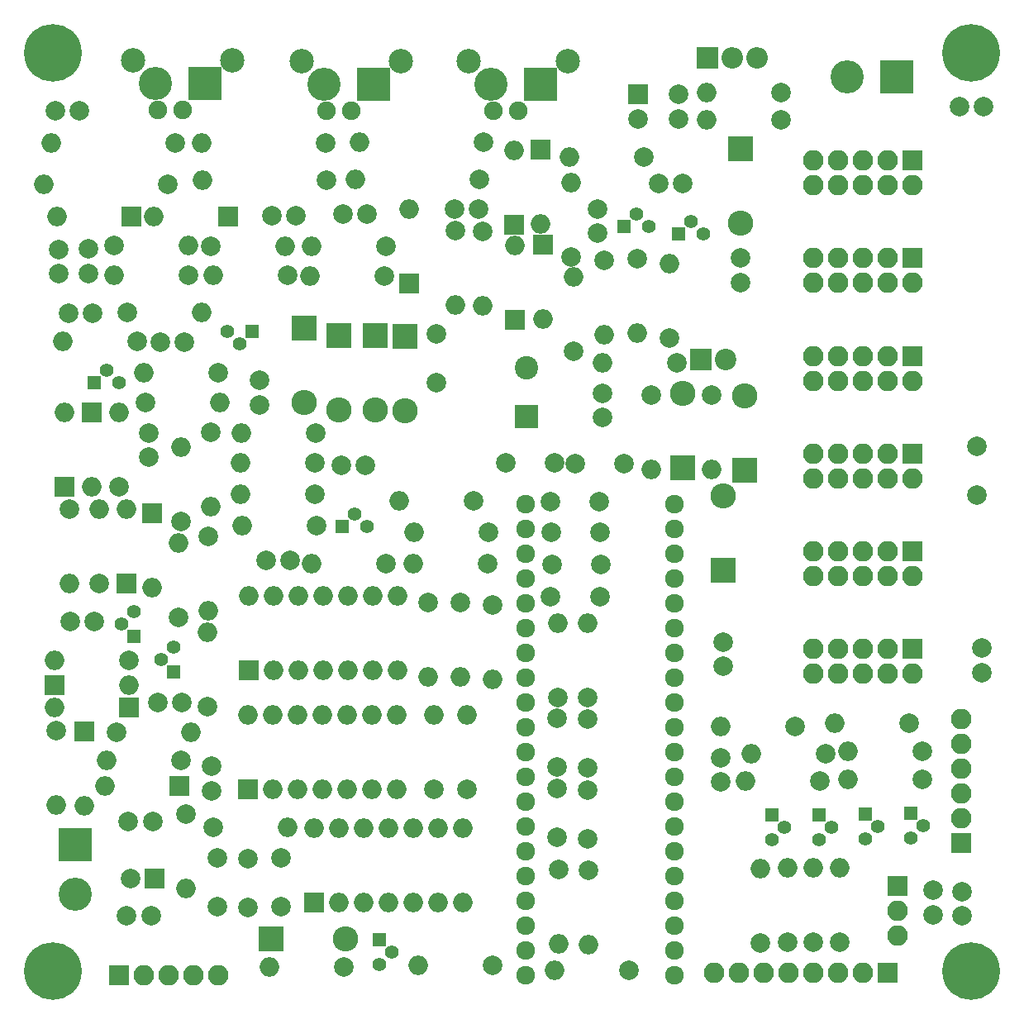
<source format=gbr>
G04 #@! TF.FileFunction,Soldermask,Top*
%FSLAX46Y46*%
G04 Gerber Fmt 4.6, Leading zero omitted, Abs format (unit mm)*
G04 Created by KiCad (PCBNEW 4.0.7) date 03/13/19 10:16:58*
%MOMM*%
%LPD*%
G01*
G04 APERTURE LIST*
%ADD10C,0.100000*%
%ADD11C,2.000000*%
%ADD12O,2.000000X2.000000*%
%ADD13C,5.900000*%
%ADD14R,2.100000X2.100000*%
%ADD15O,2.100000X2.100000*%
%ADD16C,1.400000*%
%ADD17R,1.400000X1.400000*%
%ADD18R,2.000000X2.000000*%
%ADD19R,2.400000X2.400000*%
%ADD20C,2.400000*%
%ADD21R,2.600000X2.600000*%
%ADD22O,2.600000X2.600000*%
%ADD23R,3.400000X3.400000*%
%ADD24C,3.400000*%
%ADD25R,2.200000X2.200000*%
%ADD26C,2.200000*%
%ADD27O,2.200000X2.200000*%
%ADD28C,1.924000*%
%ADD29C,1.900000*%
%ADD30C,2.500000*%
G04 APERTURE END LIST*
D10*
D11*
X102006400Y-124434600D03*
D12*
X94386400Y-124434600D03*
D11*
X131521200Y-37835840D03*
D12*
X123901200Y-37835840D03*
D11*
X131521200Y-35052000D03*
D12*
X123901200Y-35052000D03*
D13*
X151000000Y-31000000D03*
D11*
X91059000Y-50800000D03*
D12*
X83439000Y-50800000D03*
D11*
X100965000Y-49276000D03*
D12*
X100965000Y-56896000D03*
D11*
X120924320Y-62753240D03*
D12*
X113304320Y-62753240D03*
D11*
X101117400Y-40111680D03*
D12*
X88417400Y-40111680D03*
D14*
X145000000Y-72000000D03*
D15*
X145000000Y-74540000D03*
X142460000Y-72000000D03*
X142460000Y-74540000D03*
X139920000Y-72000000D03*
X139920000Y-74540000D03*
X137380000Y-72000000D03*
X137380000Y-74540000D03*
X134840000Y-72000000D03*
X134840000Y-74540000D03*
D11*
X78105000Y-64516000D03*
X78105000Y-67016000D03*
X58674000Y-77724000D03*
D12*
X58674000Y-85344000D03*
D16*
X76098400Y-60726320D03*
X74828400Y-59456320D03*
D17*
X77368400Y-59456320D03*
D18*
X76962000Y-106375200D03*
D12*
X92202000Y-98755200D03*
X79502000Y-106375200D03*
X89662000Y-98755200D03*
X82042000Y-106375200D03*
X87122000Y-98755200D03*
X84582000Y-106375200D03*
X84582000Y-98755200D03*
X87122000Y-106375200D03*
X82042000Y-98755200D03*
X89662000Y-106375200D03*
X79502000Y-98755200D03*
X92202000Y-106375200D03*
X76962000Y-98755200D03*
D19*
X105511600Y-68199000D03*
D20*
X105511600Y-63199000D03*
D11*
X96281240Y-64734440D03*
X96281240Y-59734440D03*
D21*
X82702400Y-59182000D03*
D22*
X82702400Y-66802000D03*
D11*
X111760000Y-96977200D03*
D12*
X111760000Y-89357200D03*
D18*
X77025500Y-94234000D03*
D12*
X92265500Y-86614000D03*
X79565500Y-94234000D03*
X89725500Y-86614000D03*
X82105500Y-94234000D03*
X87185500Y-86614000D03*
X84645500Y-94234000D03*
X84645500Y-86614000D03*
X87185500Y-94234000D03*
X82105500Y-86614000D03*
X89725500Y-94234000D03*
X79565500Y-86614000D03*
X92265500Y-94234000D03*
X77025500Y-86614000D03*
D16*
X63997840Y-89507060D03*
X65267840Y-88237060D03*
D17*
X65267840Y-90777060D03*
D11*
X99364800Y-106375200D03*
D12*
X99364800Y-98755200D03*
D11*
X107967780Y-76936600D03*
X112967780Y-76936600D03*
D21*
X89956640Y-59893200D03*
D22*
X89956640Y-67513200D03*
D21*
X93040200Y-59969400D03*
D22*
X93040200Y-67589400D03*
D18*
X83693000Y-117983000D03*
D12*
X98933000Y-110363000D03*
X86233000Y-117983000D03*
X96393000Y-110363000D03*
X88773000Y-117983000D03*
X93853000Y-110363000D03*
X91313000Y-117983000D03*
X91313000Y-110363000D03*
X93853000Y-117983000D03*
X88773000Y-110363000D03*
X96393000Y-117983000D03*
X86233000Y-110363000D03*
X98933000Y-117983000D03*
X83693000Y-110363000D03*
D11*
X84924900Y-40195500D03*
D12*
X72224900Y-40195500D03*
D18*
X60960000Y-67818000D03*
D12*
X60960000Y-75438000D03*
D18*
X74930000Y-47752000D03*
D12*
X67310000Y-47752000D03*
D18*
X93431360Y-54594760D03*
D12*
X93431360Y-46974760D03*
D18*
X58166000Y-75438000D03*
D12*
X58166000Y-67818000D03*
D18*
X107177840Y-50637440D03*
D12*
X107177840Y-58257440D03*
D13*
X57000000Y-31000000D03*
X151000000Y-125000000D03*
D14*
X63754000Y-125476000D03*
D15*
X66294000Y-125476000D03*
X68834000Y-125476000D03*
X71374000Y-125476000D03*
X73914000Y-125476000D03*
D21*
X125653800Y-83972400D03*
D22*
X125653800Y-76352400D03*
D21*
X79324200Y-121691400D03*
D22*
X86944200Y-121691400D03*
D11*
X118262400Y-66027300D03*
D12*
X118262400Y-73647300D03*
D11*
X124434600Y-65989200D03*
D12*
X124434600Y-73609200D03*
D11*
X63754000Y-75438000D03*
D12*
X63754000Y-67818000D03*
D11*
X70866000Y-53721000D03*
D12*
X63246000Y-53721000D03*
D11*
X86791800Y-124612400D03*
D12*
X79171800Y-124612400D03*
D11*
X73355200Y-110337600D03*
D12*
X80975200Y-110337600D03*
D11*
X70104000Y-78994000D03*
D12*
X70104000Y-71374000D03*
D11*
X70576440Y-108966000D03*
D12*
X70576440Y-116586000D03*
D11*
X73152000Y-50800000D03*
D12*
X80772000Y-50800000D03*
D11*
X73152000Y-69799200D03*
D12*
X73152000Y-77419200D03*
D11*
X90932000Y-53848000D03*
D12*
X83312000Y-53848000D03*
D11*
X65570100Y-60540900D03*
D12*
X57950100Y-60540900D03*
D11*
X73914000Y-63754000D03*
D12*
X66294000Y-63754000D03*
D11*
X66421000Y-66802000D03*
D12*
X74041000Y-66802000D03*
D11*
X120142000Y-60182760D03*
D12*
X120142000Y-52562760D03*
D11*
X116814600Y-52082700D03*
D12*
X116814600Y-59702700D03*
D11*
X132969000Y-99949000D03*
D12*
X125349000Y-99949000D03*
D11*
X144658080Y-99613720D03*
D12*
X137038080Y-99613720D03*
D18*
X67401440Y-115559840D03*
D11*
X64901440Y-115559840D03*
D23*
X59245500Y-112077500D03*
D24*
X59245500Y-117157500D03*
D16*
X91719400Y-123088400D03*
X90449400Y-124358400D03*
D17*
X90449400Y-121818400D03*
D25*
X123327160Y-62362080D03*
D26*
X125867160Y-62362080D03*
D11*
X81026000Y-53721000D03*
D12*
X73406000Y-53721000D03*
D11*
X70065900Y-103441500D03*
D12*
X62445900Y-103441500D03*
D11*
X98719640Y-87289640D03*
D12*
X98719640Y-94909640D03*
D11*
X113461800Y-52197000D03*
D12*
X113461800Y-59817000D03*
D11*
X72771000Y-97917000D03*
D12*
X72771000Y-90297000D03*
D18*
X65024000Y-47752000D03*
D12*
X57404000Y-47752000D03*
D11*
X68770500Y-44450000D03*
D12*
X56070500Y-44450000D03*
D11*
X63246000Y-50673000D03*
D12*
X70866000Y-50673000D03*
D11*
X95986600Y-106426000D03*
D12*
X95986600Y-98806000D03*
D11*
X111815880Y-114665760D03*
D12*
X111815880Y-122285760D03*
D11*
X108762800Y-114604800D03*
D12*
X108762800Y-122224800D03*
D11*
X101996240Y-87518240D03*
D12*
X101996240Y-95138240D03*
D11*
X83870800Y-69875400D03*
D12*
X76250800Y-69875400D03*
D21*
X86299040Y-59893200D03*
D22*
X86299040Y-67513200D03*
D11*
X108712000Y-96977200D03*
D12*
X108712000Y-89357200D03*
D11*
X111760000Y-111455200D03*
X111760000Y-106455200D03*
X108610400Y-111302800D03*
X108610400Y-106302800D03*
X111709200Y-99212400D03*
X111709200Y-104212400D03*
X108610400Y-99110800D03*
X108610400Y-104110800D03*
X151602440Y-76276200D03*
X151602440Y-71276200D03*
X80352900Y-118414800D03*
X80352900Y-113414800D03*
D18*
X104282240Y-58293000D03*
D12*
X104282240Y-50673000D03*
D18*
X64770000Y-98044000D03*
D12*
X57150000Y-98044000D03*
D18*
X57150000Y-95758000D03*
D12*
X64770000Y-95758000D03*
D11*
X103327200Y-72969120D03*
X108327200Y-72969120D03*
X110459520Y-73050400D03*
X115459520Y-73050400D03*
X76936600Y-113487200D03*
X76936600Y-118487200D03*
X73812400Y-113436400D03*
X73812400Y-118436400D03*
D16*
X62484000Y-63500000D03*
X63754000Y-64770000D03*
D17*
X61214000Y-64770000D03*
D16*
X122326400Y-48260000D03*
X123596400Y-49530000D03*
D17*
X121056400Y-49530000D03*
D16*
X68072000Y-93091000D03*
X69342000Y-91821000D03*
D17*
X69342000Y-94361000D03*
D16*
X116751100Y-47485300D03*
X118021100Y-48755300D03*
D17*
X115481100Y-48755300D03*
D11*
X69850000Y-88773000D03*
D12*
X69850000Y-81153000D03*
D11*
X110083600Y-51866800D03*
D12*
X110083600Y-44246800D03*
D11*
X63500000Y-100584000D03*
D12*
X71120000Y-100584000D03*
D11*
X110337600Y-61531500D03*
D12*
X110337600Y-53911500D03*
D11*
X72898000Y-80518000D03*
D12*
X72898000Y-88138000D03*
D11*
X116006880Y-124919740D03*
D12*
X108386880Y-124919740D03*
D11*
X101600000Y-80073500D03*
D12*
X93980000Y-80073500D03*
D11*
X101536500Y-83312000D03*
D12*
X93916500Y-83312000D03*
D11*
X91122500Y-83312000D03*
D12*
X83502500Y-83312000D03*
D11*
X83997800Y-79400400D03*
D12*
X76377800Y-79400400D03*
D11*
X83820000Y-76174600D03*
D12*
X76200000Y-76174600D03*
D11*
X83794600Y-72999600D03*
D12*
X76174600Y-72999600D03*
D16*
X87884000Y-78232000D03*
X89154000Y-79502000D03*
D17*
X86614000Y-79502000D03*
D11*
X95402400Y-87233760D03*
D12*
X95402400Y-94853760D03*
D11*
X100076000Y-76835000D03*
D12*
X92456000Y-76835000D03*
D18*
X116931440Y-35204400D03*
D11*
X116931440Y-37704400D03*
D25*
X124053600Y-31435040D03*
D27*
X126593600Y-31435040D03*
X129133600Y-31435040D03*
D21*
X127381000Y-40767000D03*
D22*
X127381000Y-48387000D03*
D18*
X60198000Y-100457000D03*
D12*
X60198000Y-108077000D03*
D18*
X106898440Y-40904160D03*
D12*
X106898440Y-48524160D03*
D18*
X69951600Y-106032300D03*
D12*
X62331600Y-106032300D03*
D18*
X104195880Y-48585120D03*
D12*
X104195880Y-40965120D03*
D18*
X67111880Y-78148180D03*
D12*
X67111880Y-85768180D03*
D18*
X64516000Y-85344000D03*
D12*
X64516000Y-77724000D03*
D11*
X57277000Y-100393500D03*
D12*
X57277000Y-108013500D03*
D11*
X98171000Y-49149000D03*
D12*
X98171000Y-56769000D03*
D11*
X61722000Y-85344000D03*
D12*
X61722000Y-77724000D03*
D11*
X66802000Y-72390000D03*
X66802000Y-69890000D03*
X70464680Y-60629800D03*
X67964680Y-60629800D03*
X112745520Y-49453800D03*
X112745520Y-46953800D03*
X67691000Y-97536000D03*
X70191000Y-97536000D03*
X119024400Y-44343320D03*
X121524400Y-44343320D03*
X73253600Y-106565700D03*
X73253600Y-104065700D03*
X64706500Y-109728000D03*
X67206500Y-109728000D03*
X113284000Y-68326000D03*
X113284000Y-65826000D03*
X58724800Y-89204800D03*
X61224800Y-89204800D03*
X86487000Y-73215500D03*
X88987000Y-73215500D03*
X81280000Y-82931000D03*
X78780000Y-82931000D03*
X113055400Y-80086200D03*
X108055400Y-80086200D03*
X113080800Y-83413600D03*
X108080800Y-83413600D03*
X112979200Y-86639400D03*
X107979200Y-86639400D03*
X64770000Y-93218000D03*
D12*
X57150000Y-93218000D03*
D11*
X117515640Y-41630600D03*
D12*
X109895640Y-41630600D03*
D11*
X64597280Y-57556400D03*
D12*
X72217280Y-57556400D03*
D11*
X79375000Y-47625000D03*
X81875000Y-47625000D03*
X89154000Y-47498000D03*
X86654000Y-47498000D03*
X60579000Y-51054000D03*
X60579000Y-53554000D03*
D28*
X105410000Y-77216000D03*
X105410000Y-79756000D03*
X105410000Y-82296000D03*
X105410000Y-84836000D03*
X105410000Y-87376000D03*
X105410000Y-89916000D03*
X105410000Y-92456000D03*
X105410000Y-94996000D03*
X105410000Y-97536000D03*
X105410000Y-100076000D03*
X105410000Y-102616000D03*
X105410000Y-105156000D03*
X105410000Y-107696000D03*
X105410000Y-110236000D03*
X105410000Y-112776000D03*
X105410000Y-115316000D03*
X105410000Y-117856000D03*
X105410000Y-120396000D03*
X105410000Y-122936000D03*
X105410000Y-125476000D03*
X120650000Y-77216000D03*
X120650000Y-79756000D03*
X120650000Y-82296000D03*
X120650000Y-84836000D03*
X120650000Y-87376000D03*
X120650000Y-89916000D03*
X120650000Y-92456000D03*
X120650000Y-94996000D03*
X120650000Y-97536000D03*
X120650000Y-100076000D03*
X120650000Y-102616000D03*
X120650000Y-105156000D03*
X120650000Y-107696000D03*
X120650000Y-110236000D03*
X120650000Y-112776000D03*
X120650000Y-115316000D03*
X120650000Y-117856000D03*
X120650000Y-120396000D03*
X120650000Y-122936000D03*
X120650000Y-125476000D03*
D14*
X149981920Y-111927640D03*
D15*
X149981920Y-109387640D03*
X149981920Y-106847640D03*
X149981920Y-104307640D03*
X149981920Y-101767640D03*
X149981920Y-99227640D03*
D11*
X127406400Y-54483000D03*
X127406400Y-51983000D03*
X147129500Y-119253000D03*
X147129500Y-116753000D03*
X152107900Y-91922600D03*
X152107900Y-94422600D03*
X125618240Y-93822520D03*
X125618240Y-91322520D03*
D14*
X145000000Y-52000000D03*
D15*
X145000000Y-54540000D03*
X142460000Y-52000000D03*
X142460000Y-54540000D03*
X139920000Y-52000000D03*
X139920000Y-54540000D03*
X137380000Y-52000000D03*
X137380000Y-54540000D03*
X134840000Y-52000000D03*
X134840000Y-54540000D03*
D14*
X145000000Y-62000000D03*
D15*
X145000000Y-64540000D03*
X142460000Y-62000000D03*
X142460000Y-64540000D03*
X139920000Y-62000000D03*
X139920000Y-64540000D03*
X137380000Y-62000000D03*
X137380000Y-64540000D03*
X134840000Y-62000000D03*
X134840000Y-64540000D03*
D14*
X145000000Y-82000000D03*
D15*
X145000000Y-84540000D03*
X142460000Y-82000000D03*
X142460000Y-84540000D03*
X139920000Y-82000000D03*
X139920000Y-84540000D03*
X137380000Y-82000000D03*
X137380000Y-84540000D03*
X134840000Y-82000000D03*
X134840000Y-84540000D03*
D14*
X145000000Y-92000000D03*
D15*
X145000000Y-94540000D03*
X142460000Y-92000000D03*
X142460000Y-94540000D03*
X139920000Y-92000000D03*
X139920000Y-94540000D03*
X137380000Y-92000000D03*
X137380000Y-94540000D03*
X134840000Y-92000000D03*
X134840000Y-94540000D03*
D11*
X64510920Y-119395240D03*
X67010920Y-119395240D03*
X150075900Y-119367300D03*
X150075900Y-116867300D03*
D13*
X57000000Y-125000000D03*
D11*
X57213500Y-36893500D03*
X59713500Y-36893500D03*
D21*
X121462800Y-73494900D03*
D22*
X121462800Y-65874900D03*
D21*
X127825500Y-73723500D03*
D22*
X127825500Y-66103500D03*
D23*
X143408400Y-33416240D03*
D24*
X138328400Y-33416240D03*
D11*
X85026500Y-44005500D03*
D12*
X72326500Y-44005500D03*
D11*
X100647500Y-43942000D03*
D12*
X87947500Y-43942000D03*
D11*
X69494400Y-40195500D03*
D12*
X56794400Y-40195500D03*
D29*
X70231000Y-36827500D03*
X67691000Y-36827500D03*
D30*
X65151000Y-31747500D03*
X75311000Y-31747500D03*
D23*
X72517000Y-34099500D03*
D24*
X67437000Y-34099500D03*
D29*
X104648000Y-36891000D03*
X102108000Y-36891000D03*
D30*
X99568000Y-31811000D03*
X109728000Y-31811000D03*
D23*
X106934000Y-34163000D03*
D24*
X101854000Y-34163000D03*
D29*
X87566500Y-36891000D03*
X85026500Y-36891000D03*
D30*
X82486500Y-31811000D03*
X92646500Y-31811000D03*
D23*
X89852500Y-34163000D03*
D24*
X84772500Y-34163000D03*
D11*
X100584000Y-46990000D03*
X98084000Y-46990000D03*
X57531000Y-53594000D03*
X57531000Y-51094000D03*
X58562240Y-57668160D03*
X61062240Y-57668160D03*
X152323800Y-36464240D03*
X149823800Y-36464240D03*
X125412500Y-105664000D03*
X125412500Y-103164000D03*
D14*
X142494000Y-125222000D03*
D15*
X139954000Y-125222000D03*
X137414000Y-125222000D03*
X134874000Y-125222000D03*
X132334000Y-125222000D03*
X129794000Y-125222000D03*
X127254000Y-125222000D03*
X124714000Y-125222000D03*
D14*
X143510000Y-116332000D03*
D15*
X143510000Y-118872000D03*
X143510000Y-121412000D03*
D16*
X146151600Y-110134400D03*
X144881600Y-111404400D03*
D17*
X144881600Y-108864400D03*
D11*
X146050000Y-105410000D03*
D12*
X138430000Y-105410000D03*
D11*
X137541000Y-122047000D03*
D12*
X137541000Y-114427000D03*
D16*
X141427200Y-110236000D03*
X140157200Y-111506000D03*
D17*
X140157200Y-108966000D03*
D16*
X136702800Y-110286800D03*
X135432800Y-111556800D03*
D17*
X135432800Y-109016800D03*
D11*
X146050000Y-102489000D03*
D12*
X138430000Y-102489000D03*
D11*
X136144000Y-102743000D03*
D12*
X128524000Y-102743000D03*
D11*
X134874000Y-122047000D03*
D12*
X134874000Y-114427000D03*
D11*
X132207000Y-122047000D03*
D12*
X132207000Y-114427000D03*
D16*
X131876800Y-110337600D03*
X130606800Y-111607600D03*
D17*
X130606800Y-109067600D03*
D11*
X135509000Y-105537000D03*
D12*
X127889000Y-105537000D03*
D11*
X129476500Y-122174000D03*
D12*
X129476500Y-114554000D03*
D14*
X145000000Y-42000000D03*
D15*
X145000000Y-44540000D03*
X142460000Y-42000000D03*
X142460000Y-44540000D03*
X139920000Y-42000000D03*
X139920000Y-44540000D03*
X137380000Y-42000000D03*
X137380000Y-44540000D03*
X134840000Y-42000000D03*
X134840000Y-44540000D03*
D11*
X121046240Y-37719000D03*
X121046240Y-35219000D03*
M02*

</source>
